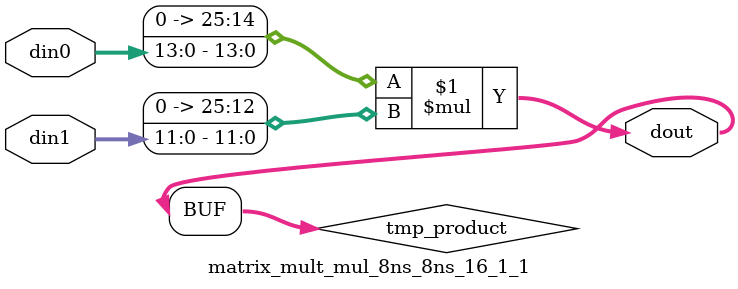
<source format=v>

`timescale 1 ns / 1 ps

  module matrix_mult_mul_8ns_8ns_16_1_1(din0, din1, dout);
parameter ID = 1;
parameter NUM_STAGE = 0;
parameter din0_WIDTH = 14;
parameter din1_WIDTH = 12;
parameter dout_WIDTH = 26;

input [din0_WIDTH - 1 : 0] din0; 
input [din1_WIDTH - 1 : 0] din1; 
output [dout_WIDTH - 1 : 0] dout;

wire signed [dout_WIDTH - 1 : 0] tmp_product;










assign tmp_product = $signed({1'b0, din0}) * $signed({1'b0, din1});











assign dout = tmp_product;







endmodule

</source>
